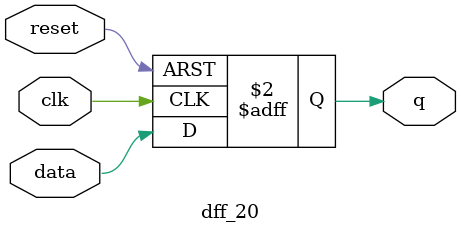
<source format=v>
module dff_20(
data  , 
q,
clk    , 
reset  
);
input data, clk, reset ; 
output q;
reg q;
always @ ( posedge clk or posedge reset)
if (reset) begin
  q <= 1'b0;
end  else begin
  q <= data;
end
endmodule
</source>
